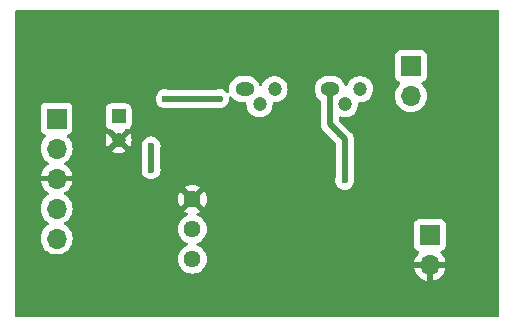
<source format=gbr>
%TF.GenerationSoftware,KiCad,Pcbnew,8.0.8*%
%TF.CreationDate,2025-02-06T15:12:14+01:00*%
%TF.ProjectId,mini-laser-driver,6d696e69-2d6c-4617-9365-722d64726976,rev?*%
%TF.SameCoordinates,Original*%
%TF.FileFunction,Copper,L2,Bot*%
%TF.FilePolarity,Positive*%
%FSLAX46Y46*%
G04 Gerber Fmt 4.6, Leading zero omitted, Abs format (unit mm)*
G04 Created by KiCad (PCBNEW 8.0.8) date 2025-02-06 15:12:14*
%MOMM*%
%LPD*%
G01*
G04 APERTURE LIST*
%TA.AperFunction,ComponentPad*%
%ADD10R,1.700000X1.700000*%
%TD*%
%TA.AperFunction,ComponentPad*%
%ADD11O,1.700000X1.700000*%
%TD*%
%TA.AperFunction,ComponentPad*%
%ADD12R,1.200000X1.200000*%
%TD*%
%TA.AperFunction,ComponentPad*%
%ADD13C,1.200000*%
%TD*%
%TA.AperFunction,ComponentPad*%
%ADD14O,1.600000X1.200000*%
%TD*%
%TA.AperFunction,ComponentPad*%
%ADD15C,1.440000*%
%TD*%
%TA.AperFunction,ViaPad*%
%ADD16C,0.600000*%
%TD*%
%TA.AperFunction,Conductor*%
%ADD17C,0.500000*%
%TD*%
G04 APERTURE END LIST*
D10*
%TO.P,J1,1,Pin_1*%
%TO.N,VCC*%
X611000000Y-36675000D03*
D11*
%TO.P,J1,2,Pin_2*%
%TO.N,Enable*%
X611000000Y-39215000D03*
%TO.P,J1,3,Pin_3*%
%TO.N,GND*%
X611000000Y-41755000D03*
%TO.P,J1,4,Pin_4*%
%TO.N,Net-(J1-Pin_4)*%
X611000000Y-44295000D03*
%TO.P,J1,5,Pin_5*%
%TO.N,Net-(J1-Pin_5)*%
X611000000Y-46835000D03*
%TD*%
D12*
%TO.P,C2,1*%
%TO.N,VCC*%
X616250000Y-36500000D03*
D13*
%TO.P,C2,2*%
%TO.N,GND*%
X616250000Y-38500000D03*
%TD*%
D14*
%TO.P,LD1,1*%
%TO.N,Net-(LD2-K)*%
X634144724Y-34184724D03*
D13*
%TO.P,LD1,2*%
%TO.N,Net-(LD2-A)*%
X635414724Y-35454724D03*
%TO.P,LD1,3*%
%TO.N,Net-(JP1-A)*%
X636684724Y-34184724D03*
%TD*%
D10*
%TO.P,JP1,1,A*%
%TO.N,Net-(JP1-A)*%
X641000000Y-32225000D03*
D11*
%TO.P,JP1,2,B*%
%TO.N,Net-(JP1-B)*%
X641000000Y-34765000D03*
%TD*%
D10*
%TO.P,JP2,1,A*%
%TO.N,Net-(JP2-A)*%
X642600000Y-46525000D03*
D11*
%TO.P,JP2,2,B*%
%TO.N,GND*%
X642600000Y-49065000D03*
%TD*%
D15*
%TO.P,RV1,1,1*%
%TO.N,VCC*%
X622500000Y-48580000D03*
%TO.P,RV1,2,2*%
%TO.N,Net-(U1A-+)*%
X622500000Y-46040000D03*
%TO.P,RV1,3,3*%
%TO.N,GND*%
X622500000Y-43500000D03*
%TD*%
D14*
%TO.P,LD2,1,A*%
%TO.N,Net-(LD2-A)*%
X626914724Y-34184724D03*
D13*
%TO.P,LD2,2*%
%TO.N,N/C*%
X628184724Y-35454724D03*
%TO.P,LD2,3,K*%
%TO.N,Net-(LD2-K)*%
X629454724Y-34184724D03*
%TD*%
D16*
%TO.N,VCC*%
X619000000Y-39000000D03*
X624800000Y-35000000D03*
X619000000Y-41000000D03*
X620200000Y-35000000D03*
%TO.N,GND*%
X631500000Y-32750000D03*
X608000000Y-37000000D03*
X639100000Y-50400000D03*
X614000000Y-33000000D03*
X648000000Y-41000000D03*
X621000000Y-53000000D03*
X648000000Y-35000000D03*
X635000000Y-38000000D03*
X630000000Y-53000000D03*
X636250000Y-32750000D03*
X623000000Y-28000000D03*
X648000000Y-38000000D03*
X608000000Y-49000000D03*
X615000000Y-53000000D03*
X625905000Y-48405000D03*
X608000000Y-43000000D03*
X616000000Y-42000000D03*
X618000000Y-44000000D03*
X638000000Y-28000000D03*
X642000000Y-53000000D03*
X612000000Y-50000000D03*
X639750000Y-36250000D03*
X617000000Y-33000000D03*
X627000000Y-53000000D03*
X641000000Y-28000000D03*
X648000000Y-44000000D03*
X637000000Y-45600000D03*
X609000000Y-53000000D03*
X634000000Y-32750000D03*
X608000000Y-46000000D03*
X637750000Y-31500000D03*
X612000000Y-53000000D03*
X644700000Y-40637500D03*
X618000000Y-42000000D03*
X618000000Y-48500000D03*
X608000000Y-40000000D03*
X608000000Y-28000000D03*
X646000000Y-49000000D03*
X608000000Y-34000000D03*
X620000000Y-28000000D03*
X638000000Y-38000000D03*
X648000000Y-32000000D03*
X644000000Y-28000000D03*
X631000000Y-31500000D03*
X608000000Y-52000000D03*
X646000000Y-46000000D03*
X632000000Y-38000000D03*
X611000000Y-28000000D03*
X618000000Y-46000000D03*
X616000000Y-31000000D03*
X633000000Y-53000000D03*
X645000000Y-53000000D03*
X644000000Y-36000000D03*
X632000000Y-28000000D03*
X644000000Y-33000000D03*
X628750000Y-31500000D03*
X614000000Y-28000000D03*
X617000000Y-28000000D03*
X629000000Y-28000000D03*
X648000000Y-47000000D03*
X648000000Y-50000000D03*
X611000000Y-33000000D03*
X624000000Y-53000000D03*
X637000000Y-36250000D03*
X613000000Y-31000000D03*
X626000000Y-38000000D03*
X613750000Y-42000000D03*
X610000000Y-31000000D03*
X608000000Y-31000000D03*
X648000000Y-53000000D03*
X629000000Y-38000000D03*
X635500000Y-31500000D03*
X639000000Y-53000000D03*
X636000000Y-53000000D03*
X636900000Y-50400000D03*
X644000000Y-39000000D03*
X626000000Y-28000000D03*
X635000000Y-28000000D03*
X615000000Y-50000000D03*
X618000000Y-53000000D03*
X629500000Y-32750000D03*
X648000000Y-29000000D03*
X640796326Y-42475001D03*
X647000000Y-28000000D03*
X633250000Y-31500000D03*
%TO.N,Net-(LD2-K)*%
X635400000Y-41912500D03*
%TD*%
D17*
%TO.N,VCC*%
X619000000Y-41000000D02*
X619000000Y-39000000D01*
X620200000Y-35000000D02*
X624800000Y-35000000D01*
%TO.N,Net-(LD2-K)*%
X635400000Y-38400000D02*
X634144724Y-37144724D01*
X635400000Y-41912500D02*
X635400000Y-38400000D01*
X634144724Y-37144724D02*
X634144724Y-34184724D01*
%TD*%
%TA.AperFunction,Conductor*%
%TO.N,GND*%
G36*
X648442539Y-27520185D02*
G01*
X648488294Y-27572989D01*
X648499500Y-27624500D01*
X648499500Y-53375500D01*
X648479815Y-53442539D01*
X648427011Y-53488294D01*
X648375500Y-53499500D01*
X607624500Y-53499500D01*
X607557461Y-53479815D01*
X607511706Y-53427011D01*
X607500500Y-53375500D01*
X607500500Y-39214999D01*
X609644341Y-39214999D01*
X609644341Y-39215000D01*
X609664936Y-39450403D01*
X609664938Y-39450413D01*
X609726094Y-39678655D01*
X609726096Y-39678659D01*
X609726097Y-39678663D01*
X609825965Y-39892830D01*
X609825967Y-39892834D01*
X609961501Y-40086395D01*
X609961506Y-40086402D01*
X610128597Y-40253493D01*
X610128603Y-40253498D01*
X610314594Y-40383730D01*
X610358219Y-40438307D01*
X610365413Y-40507805D01*
X610333890Y-40570160D01*
X610314595Y-40586880D01*
X610128922Y-40716890D01*
X610128920Y-40716891D01*
X609961891Y-40883920D01*
X609961886Y-40883926D01*
X609826400Y-41077420D01*
X609826399Y-41077422D01*
X609726570Y-41291507D01*
X609726567Y-41291513D01*
X609669364Y-41504999D01*
X609669364Y-41505000D01*
X610566988Y-41505000D01*
X610534075Y-41562007D01*
X610500000Y-41689174D01*
X610500000Y-41820826D01*
X610534075Y-41947993D01*
X610566988Y-42005000D01*
X609669364Y-42005000D01*
X609726567Y-42218486D01*
X609726570Y-42218492D01*
X609826399Y-42432578D01*
X609961894Y-42626082D01*
X610128917Y-42793105D01*
X610314595Y-42923119D01*
X610358219Y-42977696D01*
X610365412Y-43047195D01*
X610333890Y-43109549D01*
X610314595Y-43126269D01*
X610128594Y-43256508D01*
X609961505Y-43423597D01*
X609825965Y-43617169D01*
X609825964Y-43617171D01*
X609726098Y-43831335D01*
X609726094Y-43831344D01*
X609664938Y-44059586D01*
X609664936Y-44059596D01*
X609644341Y-44294999D01*
X609644341Y-44295000D01*
X609664936Y-44530403D01*
X609664938Y-44530413D01*
X609726094Y-44758655D01*
X609726096Y-44758659D01*
X609726097Y-44758663D01*
X609779138Y-44872409D01*
X609825965Y-44972830D01*
X609825967Y-44972834D01*
X609961501Y-45166395D01*
X609961506Y-45166402D01*
X610128597Y-45333493D01*
X610128603Y-45333498D01*
X610314158Y-45463425D01*
X610357783Y-45518002D01*
X610364977Y-45587500D01*
X610333454Y-45649855D01*
X610314158Y-45666575D01*
X610128597Y-45796505D01*
X609961505Y-45963597D01*
X609825965Y-46157169D01*
X609825964Y-46157171D01*
X609726098Y-46371335D01*
X609726094Y-46371344D01*
X609664938Y-46599586D01*
X609664936Y-46599596D01*
X609644341Y-46834999D01*
X609644341Y-46835000D01*
X609664936Y-47070403D01*
X609664938Y-47070413D01*
X609726094Y-47298655D01*
X609726096Y-47298659D01*
X609726097Y-47298663D01*
X609811814Y-47482483D01*
X609825965Y-47512830D01*
X609825967Y-47512834D01*
X609899135Y-47617328D01*
X609961505Y-47706401D01*
X610128599Y-47873495D01*
X610180552Y-47909873D01*
X610322165Y-48009032D01*
X610322167Y-48009033D01*
X610322170Y-48009035D01*
X610536337Y-48108903D01*
X610764592Y-48170063D01*
X610952918Y-48186539D01*
X610999999Y-48190659D01*
X611000000Y-48190659D01*
X611000001Y-48190659D01*
X611039234Y-48187226D01*
X611235408Y-48170063D01*
X611463663Y-48108903D01*
X611677830Y-48009035D01*
X611871401Y-47873495D01*
X612038495Y-47706401D01*
X612174035Y-47512830D01*
X612273903Y-47298663D01*
X612335063Y-47070408D01*
X612355659Y-46835000D01*
X612355004Y-46827519D01*
X612335063Y-46599596D01*
X612335063Y-46599592D01*
X612273903Y-46371337D01*
X612174035Y-46157171D01*
X612091992Y-46040000D01*
X612091991Y-46039998D01*
X621274838Y-46039998D01*
X621274838Y-46040001D01*
X621293450Y-46252741D01*
X621293452Y-46252752D01*
X621348721Y-46459022D01*
X621348723Y-46459026D01*
X621348724Y-46459030D01*
X621391171Y-46550058D01*
X621438977Y-46652578D01*
X621561472Y-46827521D01*
X621712478Y-46978527D01*
X621712481Y-46978529D01*
X621887419Y-47101021D01*
X621887421Y-47101022D01*
X621887420Y-47101022D01*
X621951936Y-47131106D01*
X622080970Y-47191276D01*
X622080983Y-47191279D01*
X622086064Y-47193130D01*
X622085292Y-47195250D01*
X622136710Y-47226594D01*
X622167237Y-47289442D01*
X622158939Y-47358817D01*
X622114452Y-47412693D01*
X622085685Y-47425830D01*
X622086064Y-47426870D01*
X622080972Y-47428723D01*
X622080970Y-47428724D01*
X622080968Y-47428725D01*
X621887421Y-47518977D01*
X621712478Y-47641472D01*
X621561472Y-47792478D01*
X621438977Y-47967421D01*
X621348725Y-48160968D01*
X621348721Y-48160977D01*
X621293452Y-48367247D01*
X621293450Y-48367258D01*
X621274838Y-48579998D01*
X621274838Y-48580001D01*
X621293450Y-48792741D01*
X621293452Y-48792752D01*
X621348721Y-48999022D01*
X621348723Y-48999026D01*
X621348724Y-48999030D01*
X621391171Y-49090058D01*
X621438977Y-49192578D01*
X621561472Y-49367521D01*
X621712478Y-49518527D01*
X621712481Y-49518529D01*
X621887419Y-49641021D01*
X621887421Y-49641022D01*
X621887420Y-49641022D01*
X621951936Y-49671106D01*
X622080970Y-49731276D01*
X622287253Y-49786549D01*
X622439215Y-49799844D01*
X622499998Y-49805162D01*
X622500000Y-49805162D01*
X622500002Y-49805162D01*
X622553186Y-49800508D01*
X622712747Y-49786549D01*
X622919030Y-49731276D01*
X623112581Y-49641021D01*
X623287519Y-49518529D01*
X623438529Y-49367519D01*
X623561021Y-49192581D01*
X623651276Y-48999030D01*
X623706549Y-48792747D01*
X623725162Y-48580000D01*
X623706549Y-48367253D01*
X623664581Y-48210627D01*
X623651278Y-48160977D01*
X623651277Y-48160976D01*
X623651276Y-48160970D01*
X623561021Y-47967419D01*
X623438529Y-47792481D01*
X623438527Y-47792478D01*
X623287521Y-47641472D01*
X623112578Y-47518977D01*
X623112579Y-47518977D01*
X622983547Y-47458809D01*
X622919030Y-47428724D01*
X622919023Y-47428722D01*
X622913936Y-47426870D01*
X622914709Y-47424746D01*
X622863305Y-47393424D01*
X622832766Y-47330581D01*
X622841050Y-47261204D01*
X622885528Y-47207320D01*
X622914315Y-47194172D01*
X622913936Y-47193130D01*
X622919013Y-47191280D01*
X622919030Y-47191276D01*
X623112581Y-47101021D01*
X623287519Y-46978529D01*
X623438529Y-46827519D01*
X623561021Y-46652581D01*
X623651276Y-46459030D01*
X623706549Y-46252747D01*
X623725162Y-46040000D01*
X623706549Y-45827253D01*
X623652928Y-45627135D01*
X641249500Y-45627135D01*
X641249500Y-47422870D01*
X641249501Y-47422876D01*
X641255908Y-47482483D01*
X641306202Y-47617328D01*
X641306206Y-47617335D01*
X641392452Y-47732544D01*
X641392455Y-47732547D01*
X641507664Y-47818793D01*
X641507671Y-47818797D01*
X641507674Y-47818798D01*
X641639598Y-47868002D01*
X641695531Y-47909873D01*
X641719949Y-47975337D01*
X641705098Y-48043610D01*
X641683947Y-48071865D01*
X641561886Y-48193926D01*
X641426400Y-48387420D01*
X641426399Y-48387422D01*
X641326570Y-48601507D01*
X641326567Y-48601513D01*
X641269364Y-48814999D01*
X641269364Y-48815000D01*
X642166988Y-48815000D01*
X642134075Y-48872007D01*
X642100000Y-48999174D01*
X642100000Y-49130826D01*
X642134075Y-49257993D01*
X642166988Y-49315000D01*
X641269364Y-49315000D01*
X641326567Y-49528486D01*
X641326570Y-49528492D01*
X641426399Y-49742578D01*
X641561894Y-49936082D01*
X641728917Y-50103105D01*
X641922421Y-50238600D01*
X642136507Y-50338429D01*
X642136516Y-50338433D01*
X642350000Y-50395634D01*
X642350000Y-49498012D01*
X642407007Y-49530925D01*
X642534174Y-49565000D01*
X642665826Y-49565000D01*
X642792993Y-49530925D01*
X642850000Y-49498012D01*
X642850000Y-50395633D01*
X643063483Y-50338433D01*
X643063492Y-50338429D01*
X643277578Y-50238600D01*
X643471082Y-50103105D01*
X643638105Y-49936082D01*
X643773600Y-49742578D01*
X643873429Y-49528492D01*
X643873432Y-49528486D01*
X643930636Y-49315000D01*
X643033012Y-49315000D01*
X643065925Y-49257993D01*
X643100000Y-49130826D01*
X643100000Y-48999174D01*
X643065925Y-48872007D01*
X643033012Y-48815000D01*
X643930636Y-48815000D01*
X643930635Y-48814999D01*
X643873432Y-48601513D01*
X643873429Y-48601507D01*
X643773600Y-48387422D01*
X643773599Y-48387420D01*
X643638113Y-48193926D01*
X643638108Y-48193920D01*
X643516053Y-48071865D01*
X643482568Y-48010542D01*
X643487552Y-47940850D01*
X643529424Y-47884917D01*
X643560400Y-47868002D01*
X643692331Y-47818796D01*
X643807546Y-47732546D01*
X643893796Y-47617331D01*
X643944091Y-47482483D01*
X643950500Y-47422873D01*
X643950499Y-45627128D01*
X643944091Y-45567517D01*
X643943152Y-45565000D01*
X643893797Y-45432671D01*
X643893793Y-45432664D01*
X643807547Y-45317455D01*
X643807544Y-45317452D01*
X643692335Y-45231206D01*
X643692328Y-45231202D01*
X643557482Y-45180908D01*
X643557483Y-45180908D01*
X643497883Y-45174501D01*
X643497881Y-45174500D01*
X643497873Y-45174500D01*
X643497864Y-45174500D01*
X641702129Y-45174500D01*
X641702123Y-45174501D01*
X641642516Y-45180908D01*
X641507671Y-45231202D01*
X641507664Y-45231206D01*
X641392455Y-45317452D01*
X641392452Y-45317455D01*
X641306206Y-45432664D01*
X641306202Y-45432671D01*
X641255908Y-45567517D01*
X641250162Y-45620968D01*
X641249501Y-45627123D01*
X641249500Y-45627135D01*
X623652928Y-45627135D01*
X623651276Y-45620970D01*
X623561021Y-45427419D01*
X623438529Y-45252481D01*
X623438527Y-45252478D01*
X623287521Y-45101472D01*
X623112578Y-44978977D01*
X623112579Y-44978977D01*
X622983547Y-44918809D01*
X622919030Y-44888724D01*
X622919023Y-44888722D01*
X622913936Y-44886870D01*
X622914606Y-44885028D01*
X622862293Y-44853114D01*
X622831789Y-44790255D01*
X622840111Y-44720883D01*
X622884617Y-44667022D01*
X622914097Y-44653574D01*
X622913764Y-44652658D01*
X622918864Y-44650801D01*
X623112325Y-44560589D01*
X623168030Y-44521583D01*
X622546447Y-43900000D01*
X622552661Y-43900000D01*
X622654394Y-43872741D01*
X622745606Y-43820080D01*
X622820080Y-43745606D01*
X622872741Y-43654394D01*
X622900000Y-43552661D01*
X622900000Y-43546446D01*
X623521583Y-44168029D01*
X623560589Y-44112325D01*
X623650801Y-43918864D01*
X623650805Y-43918853D01*
X623706054Y-43712662D01*
X623706055Y-43712654D01*
X623724660Y-43500002D01*
X623724660Y-43499997D01*
X623706055Y-43287345D01*
X623706054Y-43287337D01*
X623650805Y-43081146D01*
X623650802Y-43081140D01*
X623560586Y-42887669D01*
X623560582Y-42887663D01*
X623521584Y-42831968D01*
X622900000Y-43453552D01*
X622900000Y-43447339D01*
X622872741Y-43345606D01*
X622820080Y-43254394D01*
X622745606Y-43179920D01*
X622654394Y-43127259D01*
X622552661Y-43100000D01*
X622546447Y-43100000D01*
X623168030Y-42478415D01*
X623112329Y-42439413D01*
X622918859Y-42349197D01*
X622918853Y-42349194D01*
X622712662Y-42293945D01*
X622712654Y-42293944D01*
X622500002Y-42275340D01*
X622499998Y-42275340D01*
X622287345Y-42293944D01*
X622287337Y-42293945D01*
X622081146Y-42349194D01*
X622081140Y-42349197D01*
X621887671Y-42439412D01*
X621887669Y-42439413D01*
X621831969Y-42478415D01*
X621831968Y-42478415D01*
X622453554Y-43100000D01*
X622447339Y-43100000D01*
X622345606Y-43127259D01*
X622254394Y-43179920D01*
X622179920Y-43254394D01*
X622127259Y-43345606D01*
X622100000Y-43447339D01*
X622100000Y-43453553D01*
X621478415Y-42831968D01*
X621478415Y-42831969D01*
X621439413Y-42887669D01*
X621439412Y-42887671D01*
X621349197Y-43081140D01*
X621349194Y-43081146D01*
X621293945Y-43287337D01*
X621293944Y-43287345D01*
X621275340Y-43499997D01*
X621275340Y-43500002D01*
X621293944Y-43712654D01*
X621293945Y-43712662D01*
X621349194Y-43918853D01*
X621349197Y-43918859D01*
X621439413Y-44112329D01*
X621478415Y-44168030D01*
X622100000Y-43546445D01*
X622100000Y-43552661D01*
X622127259Y-43654394D01*
X622179920Y-43745606D01*
X622254394Y-43820080D01*
X622345606Y-43872741D01*
X622447339Y-43900000D01*
X622453554Y-43900000D01*
X621831968Y-44521584D01*
X621887663Y-44560582D01*
X621887669Y-44560586D01*
X622081140Y-44650802D01*
X622086236Y-44652658D01*
X622085542Y-44654563D01*
X622137647Y-44686302D01*
X622168196Y-44749139D01*
X622159922Y-44818518D01*
X622115454Y-44872409D01*
X622085744Y-44885991D01*
X622086064Y-44886870D01*
X622080972Y-44888723D01*
X622080970Y-44888724D01*
X622080968Y-44888725D01*
X621887421Y-44978977D01*
X621712478Y-45101472D01*
X621561472Y-45252478D01*
X621438977Y-45427421D01*
X621348725Y-45620968D01*
X621348721Y-45620977D01*
X621293452Y-45827247D01*
X621293450Y-45827258D01*
X621274838Y-46039998D01*
X612091991Y-46039998D01*
X612038494Y-45963597D01*
X611871402Y-45796506D01*
X611871396Y-45796501D01*
X611685842Y-45666575D01*
X611642217Y-45611998D01*
X611635023Y-45542500D01*
X611666546Y-45480145D01*
X611685842Y-45463425D01*
X611737264Y-45427419D01*
X611871401Y-45333495D01*
X612038495Y-45166401D01*
X612174035Y-44972830D01*
X612273903Y-44758663D01*
X612335063Y-44530408D01*
X612355659Y-44295000D01*
X612335063Y-44059592D01*
X612273903Y-43831337D01*
X612174035Y-43617171D01*
X612091992Y-43500000D01*
X612038494Y-43423597D01*
X611871402Y-43256506D01*
X611871401Y-43256505D01*
X611685405Y-43126269D01*
X611641781Y-43071692D01*
X611634588Y-43002193D01*
X611666110Y-42939839D01*
X611685405Y-42923119D01*
X611871082Y-42793105D01*
X612038105Y-42626082D01*
X612173600Y-42432578D01*
X612273429Y-42218492D01*
X612273432Y-42218486D01*
X612330636Y-42005000D01*
X611433012Y-42005000D01*
X611465925Y-41947993D01*
X611500000Y-41820826D01*
X611500000Y-41689174D01*
X611465925Y-41562007D01*
X611433012Y-41505000D01*
X612330636Y-41505000D01*
X612330635Y-41504999D01*
X612273432Y-41291513D01*
X612273429Y-41291507D01*
X612173600Y-41077422D01*
X612173599Y-41077420D01*
X612038113Y-40883926D01*
X612038108Y-40883920D01*
X611871078Y-40716890D01*
X611685405Y-40586879D01*
X611641780Y-40532302D01*
X611634588Y-40462804D01*
X611666110Y-40400449D01*
X611685406Y-40383730D01*
X611871401Y-40253495D01*
X612038495Y-40086401D01*
X612174035Y-39892830D01*
X612273903Y-39678663D01*
X612335063Y-39450408D01*
X612336478Y-39434240D01*
X615669311Y-39434240D01*
X615757585Y-39488897D01*
X615947678Y-39562539D01*
X616148072Y-39600000D01*
X616351928Y-39600000D01*
X616552322Y-39562539D01*
X616742412Y-39488899D01*
X616742416Y-39488897D01*
X616830686Y-39434241D01*
X616830686Y-39434240D01*
X616250001Y-38853553D01*
X616250000Y-38853553D01*
X615669311Y-39434240D01*
X612336478Y-39434240D01*
X612355659Y-39215000D01*
X612335063Y-38979592D01*
X612281464Y-38779556D01*
X612273905Y-38751344D01*
X612273904Y-38751343D01*
X612273903Y-38751337D01*
X612174035Y-38537171D01*
X612148007Y-38499999D01*
X615145287Y-38499999D01*
X615145287Y-38500000D01*
X615164096Y-38702989D01*
X615164097Y-38702992D01*
X615219883Y-38899063D01*
X615219886Y-38899069D01*
X615310751Y-39081551D01*
X615312533Y-39083911D01*
X615896446Y-38500000D01*
X615856950Y-38460504D01*
X615950000Y-38460504D01*
X615950000Y-38539496D01*
X615970444Y-38615796D01*
X616009940Y-38684205D01*
X616065795Y-38740060D01*
X616134204Y-38779556D01*
X616210504Y-38800000D01*
X616289496Y-38800000D01*
X616365796Y-38779556D01*
X616434205Y-38740060D01*
X616490060Y-38684205D01*
X616529556Y-38615796D01*
X616550000Y-38539496D01*
X616550000Y-38500000D01*
X616603553Y-38500000D01*
X617187465Y-39083912D01*
X617189247Y-39081553D01*
X617189248Y-39081551D01*
X617229857Y-38999996D01*
X618194435Y-38999996D01*
X618194435Y-39000003D01*
X618214630Y-39179249D01*
X618214631Y-39179254D01*
X618242542Y-39259017D01*
X618249500Y-39299972D01*
X618249500Y-40700028D01*
X618242542Y-40740982D01*
X618214631Y-40820747D01*
X618194435Y-40999996D01*
X618194435Y-41000003D01*
X618214630Y-41179249D01*
X618214631Y-41179254D01*
X618274211Y-41349523D01*
X618336084Y-41447993D01*
X618370184Y-41502262D01*
X618497738Y-41629816D01*
X618650478Y-41725789D01*
X618671792Y-41733247D01*
X618820745Y-41785368D01*
X618820750Y-41785369D01*
X618999996Y-41805565D01*
X619000000Y-41805565D01*
X619000004Y-41805565D01*
X619179249Y-41785369D01*
X619179252Y-41785368D01*
X619179255Y-41785368D01*
X619349522Y-41725789D01*
X619502262Y-41629816D01*
X619629816Y-41502262D01*
X619725789Y-41349522D01*
X619785368Y-41179255D01*
X619805565Y-41000000D01*
X619785368Y-40820745D01*
X619757458Y-40740982D01*
X619750500Y-40700028D01*
X619750500Y-39299972D01*
X619757458Y-39259017D01*
X619772860Y-39215000D01*
X619785368Y-39179255D01*
X619785369Y-39179249D01*
X619805565Y-39000003D01*
X619805565Y-38999996D01*
X619785369Y-38820750D01*
X619785368Y-38820745D01*
X619764892Y-38762229D01*
X619725789Y-38650478D01*
X619629816Y-38497738D01*
X619502262Y-38370184D01*
X619459954Y-38343600D01*
X619349523Y-38274211D01*
X619179254Y-38214631D01*
X619179249Y-38214630D01*
X619000004Y-38194435D01*
X618999996Y-38194435D01*
X618820750Y-38214630D01*
X618820745Y-38214631D01*
X618650476Y-38274211D01*
X618497737Y-38370184D01*
X618370184Y-38497737D01*
X618274211Y-38650476D01*
X618214631Y-38820745D01*
X618214630Y-38820750D01*
X618194435Y-38999996D01*
X617229857Y-38999996D01*
X617280113Y-38899069D01*
X617280116Y-38899063D01*
X617335902Y-38702992D01*
X617335903Y-38702989D01*
X617354713Y-38500000D01*
X617354713Y-38499999D01*
X617335903Y-38297010D01*
X617335902Y-38297007D01*
X617280116Y-38100936D01*
X617280113Y-38100930D01*
X617189249Y-37918449D01*
X617189247Y-37918447D01*
X617187465Y-37916087D01*
X616603553Y-38500000D01*
X616550000Y-38500000D01*
X616550000Y-38460504D01*
X616529556Y-38384204D01*
X616490060Y-38315795D01*
X616434205Y-38259940D01*
X616365796Y-38220444D01*
X616289496Y-38200000D01*
X616210504Y-38200000D01*
X616134204Y-38220444D01*
X616065795Y-38259940D01*
X616009940Y-38315795D01*
X615970444Y-38384204D01*
X615950000Y-38460504D01*
X615856950Y-38460504D01*
X615312533Y-37916087D01*
X615310755Y-37918442D01*
X615310754Y-37918443D01*
X615219886Y-38100930D01*
X615219883Y-38100936D01*
X615164097Y-38297007D01*
X615164096Y-38297010D01*
X615145287Y-38499999D01*
X612148007Y-38499999D01*
X612146423Y-38497737D01*
X612038496Y-38343600D01*
X611991903Y-38297007D01*
X611916567Y-38221671D01*
X611883084Y-38160351D01*
X611888068Y-38090659D01*
X611929939Y-38034725D01*
X611960915Y-38017810D01*
X612092331Y-37968796D01*
X612207546Y-37882546D01*
X612293796Y-37767331D01*
X612344091Y-37632483D01*
X612350500Y-37572873D01*
X612350499Y-35852135D01*
X615149500Y-35852135D01*
X615149500Y-37147870D01*
X615149501Y-37147876D01*
X615155908Y-37207483D01*
X615206202Y-37342328D01*
X615206206Y-37342335D01*
X615292452Y-37457544D01*
X615292455Y-37457547D01*
X615407664Y-37543793D01*
X615407671Y-37543797D01*
X615542516Y-37594091D01*
X615568419Y-37596875D01*
X615602127Y-37600500D01*
X615652692Y-37600499D01*
X615719729Y-37620182D01*
X615740372Y-37636818D01*
X616250000Y-38146446D01*
X616759628Y-37636818D01*
X616820951Y-37603333D01*
X616847308Y-37600499D01*
X616897872Y-37600499D01*
X616957483Y-37594091D01*
X617092331Y-37543796D01*
X617207546Y-37457546D01*
X617293796Y-37342331D01*
X617344091Y-37207483D01*
X617350500Y-37147873D01*
X617350499Y-35852128D01*
X617344091Y-35792517D01*
X617338351Y-35777128D01*
X617293797Y-35657671D01*
X617293793Y-35657664D01*
X617207547Y-35542455D01*
X617207544Y-35542452D01*
X617092335Y-35456206D01*
X617092328Y-35456202D01*
X616957482Y-35405908D01*
X616957483Y-35405908D01*
X616897883Y-35399501D01*
X616897881Y-35399500D01*
X616897873Y-35399500D01*
X616897864Y-35399500D01*
X615602129Y-35399500D01*
X615602123Y-35399501D01*
X615542516Y-35405908D01*
X615407671Y-35456202D01*
X615407664Y-35456206D01*
X615292455Y-35542452D01*
X615292452Y-35542455D01*
X615206206Y-35657664D01*
X615206202Y-35657671D01*
X615155908Y-35792517D01*
X615149501Y-35852116D01*
X615149501Y-35852123D01*
X615149500Y-35852135D01*
X612350499Y-35852135D01*
X612350499Y-35777128D01*
X612344091Y-35717517D01*
X612321820Y-35657806D01*
X612293797Y-35582671D01*
X612293793Y-35582664D01*
X612207547Y-35467455D01*
X612207544Y-35467452D01*
X612092335Y-35381206D01*
X612092328Y-35381202D01*
X611957482Y-35330908D01*
X611957483Y-35330908D01*
X611897883Y-35324501D01*
X611897881Y-35324500D01*
X611897873Y-35324500D01*
X611897864Y-35324500D01*
X610102129Y-35324500D01*
X610102123Y-35324501D01*
X610042516Y-35330908D01*
X609907671Y-35381202D01*
X609907664Y-35381206D01*
X609792455Y-35467452D01*
X609792452Y-35467455D01*
X609706206Y-35582664D01*
X609706202Y-35582671D01*
X609655908Y-35717517D01*
X609649501Y-35777116D01*
X609649501Y-35777123D01*
X609649500Y-35777135D01*
X609649500Y-37572870D01*
X609649501Y-37572876D01*
X609655908Y-37632483D01*
X609706202Y-37767328D01*
X609706206Y-37767335D01*
X609792452Y-37882544D01*
X609792455Y-37882547D01*
X609907664Y-37968793D01*
X609907671Y-37968797D01*
X610039081Y-38017810D01*
X610095015Y-38059681D01*
X610119432Y-38125145D01*
X610104580Y-38193418D01*
X610083430Y-38221673D01*
X609961503Y-38343600D01*
X609825965Y-38537169D01*
X609825964Y-38537171D01*
X609726098Y-38751335D01*
X609726094Y-38751344D01*
X609664938Y-38979586D01*
X609664936Y-38979596D01*
X609644341Y-39214999D01*
X607500500Y-39214999D01*
X607500500Y-34999996D01*
X619394435Y-34999996D01*
X619394435Y-35000003D01*
X619414630Y-35179249D01*
X619414631Y-35179254D01*
X619474211Y-35349523D01*
X619541244Y-35456204D01*
X619570184Y-35502262D01*
X619697738Y-35629816D01*
X619788080Y-35686582D01*
X619837311Y-35717516D01*
X619850478Y-35725789D01*
X620020745Y-35785368D01*
X620020750Y-35785369D01*
X620199996Y-35805565D01*
X620200000Y-35805565D01*
X620200004Y-35805565D01*
X620379249Y-35785369D01*
X620379252Y-35785368D01*
X620379255Y-35785368D01*
X620459017Y-35757457D01*
X620499972Y-35750500D01*
X624500028Y-35750500D01*
X624540983Y-35757458D01*
X624620745Y-35785368D01*
X624620750Y-35785369D01*
X624799996Y-35805565D01*
X624800000Y-35805565D01*
X624800004Y-35805565D01*
X624979249Y-35785369D01*
X624979252Y-35785368D01*
X624979255Y-35785368D01*
X625149522Y-35725789D01*
X625302262Y-35629816D01*
X625429816Y-35502262D01*
X625525789Y-35349522D01*
X625585368Y-35179255D01*
X625585952Y-35174072D01*
X625605565Y-35000003D01*
X625605565Y-34999997D01*
X625595540Y-34911025D01*
X625607594Y-34842203D01*
X625654943Y-34790823D01*
X625722554Y-34773199D01*
X625788959Y-34794925D01*
X625819076Y-34824253D01*
X625875310Y-34901652D01*
X625997796Y-35024138D01*
X626137936Y-35125956D01*
X626292279Y-35204597D01*
X626457023Y-35258126D01*
X626628113Y-35285224D01*
X626959194Y-35285224D01*
X627026233Y-35304909D01*
X627071988Y-35357713D01*
X627082665Y-35420665D01*
X627079509Y-35454724D01*
X627098326Y-35657806D01*
X627154141Y-35853971D01*
X627154146Y-35853984D01*
X627245051Y-36036545D01*
X627367961Y-36199305D01*
X627518682Y-36336704D01*
X627518684Y-36336706D01*
X627617865Y-36398116D01*
X627692087Y-36444072D01*
X627882268Y-36517748D01*
X628082748Y-36555224D01*
X628082750Y-36555224D01*
X628286698Y-36555224D01*
X628286700Y-36555224D01*
X628487180Y-36517748D01*
X628677361Y-36444072D01*
X628850765Y-36336705D01*
X629001488Y-36199303D01*
X629124397Y-36036545D01*
X629215306Y-35853974D01*
X629271121Y-35657807D01*
X629289939Y-35454724D01*
X629286783Y-35420665D01*
X629300198Y-35352096D01*
X629348555Y-35301664D01*
X629410254Y-35285224D01*
X629556698Y-35285224D01*
X629556700Y-35285224D01*
X629757180Y-35247748D01*
X629947361Y-35174072D01*
X630120765Y-35066705D01*
X630271488Y-34929303D01*
X630394397Y-34766545D01*
X630485306Y-34583974D01*
X630541121Y-34387807D01*
X630559939Y-34184724D01*
X630551913Y-34098113D01*
X632844224Y-34098113D01*
X632844224Y-34271334D01*
X632861834Y-34382524D01*
X632871322Y-34442425D01*
X632924851Y-34607169D01*
X633003492Y-34761512D01*
X633105310Y-34901652D01*
X633227796Y-35024138D01*
X633227799Y-35024140D01*
X633343109Y-35107918D01*
X633385775Y-35163248D01*
X633394224Y-35208236D01*
X633394224Y-37218642D01*
X633394224Y-37218644D01*
X633394223Y-37218644D01*
X633423064Y-37363631D01*
X633423067Y-37363641D01*
X633479638Y-37500216D01*
X633508756Y-37543794D01*
X633508757Y-37543797D01*
X633561770Y-37623138D01*
X633561776Y-37623145D01*
X634613181Y-38674548D01*
X634646666Y-38735871D01*
X634649500Y-38762229D01*
X634649500Y-41612528D01*
X634642542Y-41653482D01*
X634614631Y-41733247D01*
X634594435Y-41912496D01*
X634594435Y-41912503D01*
X634614630Y-42091749D01*
X634614631Y-42091754D01*
X634674211Y-42262023D01*
X634770184Y-42414762D01*
X634897738Y-42542316D01*
X634988080Y-42599082D01*
X635031050Y-42626082D01*
X635050478Y-42638289D01*
X635220745Y-42697868D01*
X635220750Y-42697869D01*
X635399996Y-42718065D01*
X635400000Y-42718065D01*
X635400004Y-42718065D01*
X635579249Y-42697869D01*
X635579252Y-42697868D01*
X635579255Y-42697868D01*
X635749522Y-42638289D01*
X635902262Y-42542316D01*
X636029816Y-42414762D01*
X636125789Y-42262022D01*
X636185368Y-42091755D01*
X636205565Y-41912500D01*
X636185368Y-41733245D01*
X636157458Y-41653482D01*
X636150500Y-41612528D01*
X636150500Y-38326079D01*
X636121659Y-38181092D01*
X636121658Y-38181091D01*
X636121658Y-38181087D01*
X636098486Y-38125145D01*
X636065087Y-38044511D01*
X636065080Y-38044498D01*
X635982952Y-37921585D01*
X635943911Y-37882544D01*
X635878416Y-37817049D01*
X635424998Y-37363631D01*
X634931543Y-36870175D01*
X634898058Y-36808852D01*
X634895224Y-36782494D01*
X634895224Y-36614682D01*
X634914909Y-36547643D01*
X634967713Y-36501888D01*
X635036871Y-36491944D01*
X635064016Y-36499055D01*
X635089649Y-36508985D01*
X635112262Y-36517746D01*
X635112263Y-36517746D01*
X635112268Y-36517748D01*
X635312748Y-36555224D01*
X635312750Y-36555224D01*
X635516698Y-36555224D01*
X635516700Y-36555224D01*
X635717180Y-36517748D01*
X635907361Y-36444072D01*
X636080765Y-36336705D01*
X636231488Y-36199303D01*
X636354397Y-36036545D01*
X636445306Y-35853974D01*
X636501121Y-35657807D01*
X636519939Y-35454724D01*
X636516783Y-35420665D01*
X636530198Y-35352096D01*
X636578555Y-35301664D01*
X636640254Y-35285224D01*
X636786698Y-35285224D01*
X636786700Y-35285224D01*
X636987180Y-35247748D01*
X637177361Y-35174072D01*
X637350765Y-35066705D01*
X637501488Y-34929303D01*
X637624397Y-34766545D01*
X637625167Y-34764999D01*
X639644341Y-34764999D01*
X639644341Y-34765000D01*
X639664936Y-35000403D01*
X639664938Y-35000413D01*
X639726094Y-35228655D01*
X639726096Y-35228659D01*
X639726097Y-35228663D01*
X639782455Y-35349522D01*
X639825965Y-35442830D01*
X639825967Y-35442834D01*
X639895723Y-35542455D01*
X639961505Y-35636401D01*
X640128599Y-35803495D01*
X640200705Y-35853984D01*
X640322165Y-35939032D01*
X640322167Y-35939033D01*
X640322170Y-35939035D01*
X640536337Y-36038903D01*
X640764592Y-36100063D01*
X640952918Y-36116539D01*
X640999999Y-36120659D01*
X641000000Y-36120659D01*
X641000001Y-36120659D01*
X641039234Y-36117226D01*
X641235408Y-36100063D01*
X641463663Y-36038903D01*
X641677830Y-35939035D01*
X641871401Y-35803495D01*
X642038495Y-35636401D01*
X642174035Y-35442830D01*
X642273903Y-35228663D01*
X642335063Y-35000408D01*
X642355659Y-34765000D01*
X642335063Y-34529592D01*
X642273903Y-34301337D01*
X642174035Y-34087171D01*
X642100142Y-33981641D01*
X642038496Y-33893600D01*
X642001561Y-33856665D01*
X641916567Y-33771671D01*
X641883084Y-33710351D01*
X641888068Y-33640659D01*
X641929939Y-33584725D01*
X641960915Y-33567810D01*
X642092331Y-33518796D01*
X642207546Y-33432546D01*
X642293796Y-33317331D01*
X642344091Y-33182483D01*
X642350500Y-33122873D01*
X642350499Y-31327128D01*
X642344091Y-31267517D01*
X642293796Y-31132669D01*
X642293795Y-31132668D01*
X642293793Y-31132664D01*
X642207547Y-31017455D01*
X642207544Y-31017452D01*
X642092335Y-30931206D01*
X642092328Y-30931202D01*
X641957482Y-30880908D01*
X641957483Y-30880908D01*
X641897883Y-30874501D01*
X641897881Y-30874500D01*
X641897873Y-30874500D01*
X641897864Y-30874500D01*
X640102129Y-30874500D01*
X640102123Y-30874501D01*
X640042516Y-30880908D01*
X639907671Y-30931202D01*
X639907664Y-30931206D01*
X639792455Y-31017452D01*
X639792452Y-31017455D01*
X639706206Y-31132664D01*
X639706202Y-31132671D01*
X639655908Y-31267517D01*
X639649501Y-31327116D01*
X639649501Y-31327123D01*
X639649500Y-31327135D01*
X639649500Y-33122870D01*
X639649501Y-33122876D01*
X639655908Y-33182483D01*
X639706202Y-33317328D01*
X639706206Y-33317335D01*
X639792452Y-33432544D01*
X639792455Y-33432547D01*
X639907664Y-33518793D01*
X639907671Y-33518797D01*
X640039081Y-33567810D01*
X640095015Y-33609681D01*
X640119432Y-33675145D01*
X640104580Y-33743418D01*
X640083430Y-33771673D01*
X639961503Y-33893600D01*
X639825965Y-34087169D01*
X639825964Y-34087171D01*
X639726098Y-34301335D01*
X639726094Y-34301344D01*
X639664938Y-34529586D01*
X639664936Y-34529596D01*
X639644341Y-34764999D01*
X637625167Y-34764999D01*
X637715306Y-34583974D01*
X637771121Y-34387807D01*
X637789939Y-34184724D01*
X637781913Y-34098113D01*
X637771121Y-33981641D01*
X637758121Y-33935953D01*
X637715306Y-33785474D01*
X637708434Y-33771674D01*
X637626903Y-33607936D01*
X637624397Y-33602903D01*
X637501488Y-33440145D01*
X637501486Y-33440142D01*
X637350765Y-33302743D01*
X637350763Y-33302741D01*
X637177366Y-33195379D01*
X637177359Y-33195375D01*
X637082270Y-33158538D01*
X636987180Y-33121700D01*
X636786700Y-33084224D01*
X636582748Y-33084224D01*
X636382268Y-33121700D01*
X636382265Y-33121700D01*
X636382265Y-33121701D01*
X636192088Y-33195375D01*
X636192081Y-33195379D01*
X636018684Y-33302741D01*
X636018682Y-33302743D01*
X635867961Y-33440142D01*
X635745051Y-33602902D01*
X635654146Y-33785463D01*
X635654141Y-33785476D01*
X635633886Y-33856665D01*
X635596606Y-33915758D01*
X635533296Y-33945315D01*
X635464057Y-33935953D01*
X635410871Y-33890642D01*
X635396689Y-33861048D01*
X635395265Y-33856665D01*
X635364597Y-33762279D01*
X635285956Y-33607936D01*
X635184138Y-33467796D01*
X635061652Y-33345310D01*
X634921512Y-33243492D01*
X634767169Y-33164851D01*
X634602425Y-33111322D01*
X634602423Y-33111321D01*
X634602422Y-33111321D01*
X634470995Y-33090505D01*
X634431335Y-33084224D01*
X633858113Y-33084224D01*
X633818452Y-33090505D01*
X633687026Y-33111321D01*
X633522276Y-33164852D01*
X633367935Y-33243492D01*
X633287980Y-33301583D01*
X633227796Y-33345310D01*
X633227794Y-33345312D01*
X633227793Y-33345312D01*
X633105312Y-33467793D01*
X633105312Y-33467794D01*
X633105310Y-33467796D01*
X633061583Y-33527980D01*
X633003492Y-33607935D01*
X632924852Y-33762276D01*
X632871321Y-33927026D01*
X632844224Y-34098113D01*
X630551913Y-34098113D01*
X630541121Y-33981641D01*
X630528121Y-33935953D01*
X630485306Y-33785474D01*
X630478434Y-33771674D01*
X630396903Y-33607936D01*
X630394397Y-33602903D01*
X630271488Y-33440145D01*
X630271486Y-33440142D01*
X630120765Y-33302743D01*
X630120763Y-33302741D01*
X629947366Y-33195379D01*
X629947359Y-33195375D01*
X629852270Y-33158538D01*
X629757180Y-33121700D01*
X629556700Y-33084224D01*
X629352748Y-33084224D01*
X629152268Y-33121700D01*
X629152265Y-33121700D01*
X629152265Y-33121701D01*
X628962088Y-33195375D01*
X628962081Y-33195379D01*
X628788684Y-33302741D01*
X628788682Y-33302743D01*
X628637961Y-33440142D01*
X628515051Y-33602902D01*
X628424146Y-33785463D01*
X628424141Y-33785476D01*
X628403886Y-33856665D01*
X628366606Y-33915758D01*
X628303296Y-33945315D01*
X628234057Y-33935953D01*
X628180871Y-33890642D01*
X628166689Y-33861048D01*
X628165265Y-33856665D01*
X628134597Y-33762279D01*
X628055956Y-33607936D01*
X627954138Y-33467796D01*
X627831652Y-33345310D01*
X627691512Y-33243492D01*
X627537169Y-33164851D01*
X627372425Y-33111322D01*
X627372423Y-33111321D01*
X627372422Y-33111321D01*
X627240995Y-33090505D01*
X627201335Y-33084224D01*
X626628113Y-33084224D01*
X626588452Y-33090505D01*
X626457026Y-33111321D01*
X626292276Y-33164852D01*
X626137935Y-33243492D01*
X626057980Y-33301583D01*
X625997796Y-33345310D01*
X625997794Y-33345312D01*
X625997793Y-33345312D01*
X625875312Y-33467793D01*
X625875312Y-33467794D01*
X625875310Y-33467796D01*
X625831583Y-33527980D01*
X625773492Y-33607935D01*
X625694852Y-33762276D01*
X625641321Y-33927026D01*
X625614224Y-34098113D01*
X625614224Y-34271335D01*
X625614223Y-34271335D01*
X625631834Y-34382524D01*
X625622879Y-34451817D01*
X625577883Y-34505269D01*
X625511131Y-34525908D01*
X625443817Y-34507183D01*
X625421680Y-34489602D01*
X625302262Y-34370184D01*
X625149523Y-34274211D01*
X624979254Y-34214631D01*
X624979249Y-34214630D01*
X624800004Y-34194435D01*
X624799996Y-34194435D01*
X624620750Y-34214630D01*
X624620745Y-34214631D01*
X624540983Y-34242542D01*
X624500028Y-34249500D01*
X620499972Y-34249500D01*
X620459017Y-34242542D01*
X620379254Y-34214631D01*
X620379249Y-34214630D01*
X620200004Y-34194435D01*
X620199996Y-34194435D01*
X620020750Y-34214630D01*
X620020745Y-34214631D01*
X619850476Y-34274211D01*
X619697737Y-34370184D01*
X619570184Y-34497737D01*
X619474211Y-34650476D01*
X619414631Y-34820745D01*
X619414630Y-34820750D01*
X619394435Y-34999996D01*
X607500500Y-34999996D01*
X607500500Y-27624500D01*
X607520185Y-27557461D01*
X607572989Y-27511706D01*
X607624500Y-27500500D01*
X648375500Y-27500500D01*
X648442539Y-27520185D01*
G37*
%TD.AperFunction*%
%TD*%
M02*

</source>
